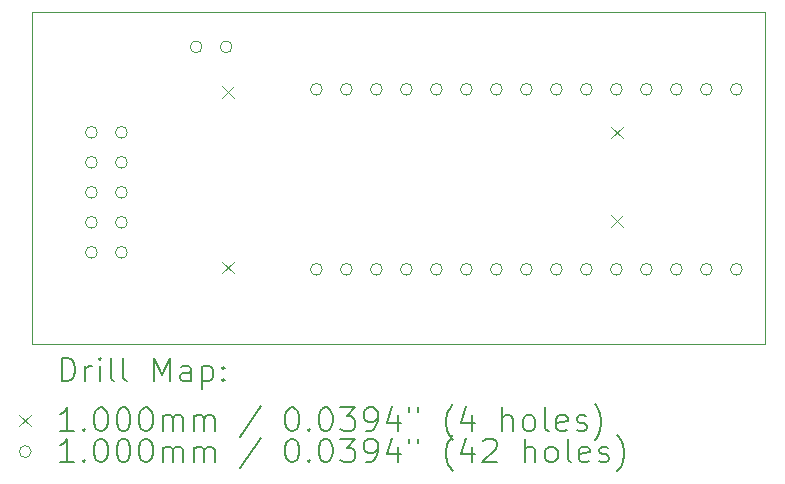
<source format=gbr>
%FSLAX45Y45*%
G04 Gerber Fmt 4.5, Leading zero omitted, Abs format (unit mm)*
G04 Created by KiCad (PCBNEW (6.0.0)) date 2022-03-06 11:46:08*
%MOMM*%
%LPD*%
G01*
G04 APERTURE LIST*
%TA.AperFunction,Profile*%
%ADD10C,0.100000*%
%TD*%
%ADD11C,0.200000*%
%ADD12C,0.100000*%
G04 APERTURE END LIST*
D10*
X0Y2812500D02*
X6212500Y2812500D01*
X6212500Y2812500D02*
X6212500Y0D01*
X6212500Y0D02*
X0Y0D01*
X0Y0D02*
X0Y2812500D01*
D11*
D12*
X1615000Y2185000D02*
X1715000Y2085000D01*
X1715000Y2185000D02*
X1615000Y2085000D01*
X1615000Y700000D02*
X1715000Y600000D01*
X1715000Y700000D02*
X1615000Y600000D01*
X4903500Y1843500D02*
X5003500Y1743500D01*
X5003500Y1843500D02*
X4903500Y1743500D01*
X4907500Y1095000D02*
X5007500Y995000D01*
X5007500Y1095000D02*
X4907500Y995000D01*
X556000Y1793500D02*
G75*
G03*
X556000Y1793500I-50000J0D01*
G01*
X556000Y1539500D02*
G75*
G03*
X556000Y1539500I-50000J0D01*
G01*
X556000Y1285500D02*
G75*
G03*
X556000Y1285500I-50000J0D01*
G01*
X556000Y1031500D02*
G75*
G03*
X556000Y1031500I-50000J0D01*
G01*
X556000Y777500D02*
G75*
G03*
X556000Y777500I-50000J0D01*
G01*
X810000Y1793500D02*
G75*
G03*
X810000Y1793500I-50000J0D01*
G01*
X810000Y1539500D02*
G75*
G03*
X810000Y1539500I-50000J0D01*
G01*
X810000Y1285500D02*
G75*
G03*
X810000Y1285500I-50000J0D01*
G01*
X810000Y1031500D02*
G75*
G03*
X810000Y1031500I-50000J0D01*
G01*
X810000Y777500D02*
G75*
G03*
X810000Y777500I-50000J0D01*
G01*
X1442500Y2517500D02*
G75*
G03*
X1442500Y2517500I-50000J0D01*
G01*
X1696500Y2517500D02*
G75*
G03*
X1696500Y2517500I-50000J0D01*
G01*
X2460000Y2158000D02*
G75*
G03*
X2460000Y2158000I-50000J0D01*
G01*
X2460000Y634000D02*
G75*
G03*
X2460000Y634000I-50000J0D01*
G01*
X2714000Y2158000D02*
G75*
G03*
X2714000Y2158000I-50000J0D01*
G01*
X2714000Y634000D02*
G75*
G03*
X2714000Y634000I-50000J0D01*
G01*
X2968000Y2158000D02*
G75*
G03*
X2968000Y2158000I-50000J0D01*
G01*
X2968000Y634000D02*
G75*
G03*
X2968000Y634000I-50000J0D01*
G01*
X3222000Y2158000D02*
G75*
G03*
X3222000Y2158000I-50000J0D01*
G01*
X3222000Y634000D02*
G75*
G03*
X3222000Y634000I-50000J0D01*
G01*
X3476000Y2158000D02*
G75*
G03*
X3476000Y2158000I-50000J0D01*
G01*
X3476000Y634000D02*
G75*
G03*
X3476000Y634000I-50000J0D01*
G01*
X3730000Y2158000D02*
G75*
G03*
X3730000Y2158000I-50000J0D01*
G01*
X3730000Y634000D02*
G75*
G03*
X3730000Y634000I-50000J0D01*
G01*
X3984000Y2158000D02*
G75*
G03*
X3984000Y2158000I-50000J0D01*
G01*
X3984000Y634000D02*
G75*
G03*
X3984000Y634000I-50000J0D01*
G01*
X4238000Y2158000D02*
G75*
G03*
X4238000Y2158000I-50000J0D01*
G01*
X4238000Y634000D02*
G75*
G03*
X4238000Y634000I-50000J0D01*
G01*
X4492000Y2158000D02*
G75*
G03*
X4492000Y2158000I-50000J0D01*
G01*
X4492000Y634000D02*
G75*
G03*
X4492000Y634000I-50000J0D01*
G01*
X4746000Y2158000D02*
G75*
G03*
X4746000Y2158000I-50000J0D01*
G01*
X4746000Y634000D02*
G75*
G03*
X4746000Y634000I-50000J0D01*
G01*
X5000000Y2158000D02*
G75*
G03*
X5000000Y2158000I-50000J0D01*
G01*
X5000000Y634000D02*
G75*
G03*
X5000000Y634000I-50000J0D01*
G01*
X5254000Y2158000D02*
G75*
G03*
X5254000Y2158000I-50000J0D01*
G01*
X5254000Y634000D02*
G75*
G03*
X5254000Y634000I-50000J0D01*
G01*
X5508000Y2158000D02*
G75*
G03*
X5508000Y2158000I-50000J0D01*
G01*
X5508000Y634000D02*
G75*
G03*
X5508000Y634000I-50000J0D01*
G01*
X5762000Y2158000D02*
G75*
G03*
X5762000Y2158000I-50000J0D01*
G01*
X5762000Y634000D02*
G75*
G03*
X5762000Y634000I-50000J0D01*
G01*
X6016000Y2158000D02*
G75*
G03*
X6016000Y2158000I-50000J0D01*
G01*
X6016000Y634000D02*
G75*
G03*
X6016000Y634000I-50000J0D01*
G01*
D11*
X252619Y-315476D02*
X252619Y-115476D01*
X300238Y-115476D01*
X328810Y-125000D01*
X347857Y-144048D01*
X357381Y-163095D01*
X366905Y-201190D01*
X366905Y-229762D01*
X357381Y-267857D01*
X347857Y-286905D01*
X328810Y-305952D01*
X300238Y-315476D01*
X252619Y-315476D01*
X452619Y-315476D02*
X452619Y-182143D01*
X452619Y-220238D02*
X462143Y-201190D01*
X471667Y-191667D01*
X490714Y-182143D01*
X509762Y-182143D01*
X576429Y-315476D02*
X576429Y-182143D01*
X576429Y-115476D02*
X566905Y-125000D01*
X576429Y-134524D01*
X585952Y-125000D01*
X576429Y-115476D01*
X576429Y-134524D01*
X700238Y-315476D02*
X681190Y-305952D01*
X671667Y-286905D01*
X671667Y-115476D01*
X805000Y-315476D02*
X785952Y-305952D01*
X776428Y-286905D01*
X776428Y-115476D01*
X1033571Y-315476D02*
X1033571Y-115476D01*
X1100238Y-258333D01*
X1166905Y-115476D01*
X1166905Y-315476D01*
X1347857Y-315476D02*
X1347857Y-210714D01*
X1338333Y-191667D01*
X1319286Y-182143D01*
X1281190Y-182143D01*
X1262143Y-191667D01*
X1347857Y-305952D02*
X1328810Y-315476D01*
X1281190Y-315476D01*
X1262143Y-305952D01*
X1252619Y-286905D01*
X1252619Y-267857D01*
X1262143Y-248809D01*
X1281190Y-239286D01*
X1328810Y-239286D01*
X1347857Y-229762D01*
X1443095Y-182143D02*
X1443095Y-382143D01*
X1443095Y-191667D02*
X1462143Y-182143D01*
X1500238Y-182143D01*
X1519286Y-191667D01*
X1528809Y-201190D01*
X1538333Y-220238D01*
X1538333Y-277381D01*
X1528809Y-296429D01*
X1519286Y-305952D01*
X1500238Y-315476D01*
X1462143Y-315476D01*
X1443095Y-305952D01*
X1624048Y-296429D02*
X1633571Y-305952D01*
X1624048Y-315476D01*
X1614524Y-305952D01*
X1624048Y-296429D01*
X1624048Y-315476D01*
X1624048Y-191667D02*
X1633571Y-201190D01*
X1624048Y-210714D01*
X1614524Y-201190D01*
X1624048Y-191667D01*
X1624048Y-210714D01*
D12*
X-105000Y-595000D02*
X-5000Y-695000D01*
X-5000Y-595000D02*
X-105000Y-695000D01*
D11*
X357381Y-735476D02*
X243095Y-735476D01*
X300238Y-735476D02*
X300238Y-535476D01*
X281190Y-564048D01*
X262143Y-583095D01*
X243095Y-592619D01*
X443095Y-716428D02*
X452619Y-725952D01*
X443095Y-735476D01*
X433571Y-725952D01*
X443095Y-716428D01*
X443095Y-735476D01*
X576429Y-535476D02*
X595476Y-535476D01*
X614524Y-545000D01*
X624048Y-554524D01*
X633571Y-573571D01*
X643095Y-611667D01*
X643095Y-659286D01*
X633571Y-697381D01*
X624048Y-716428D01*
X614524Y-725952D01*
X595476Y-735476D01*
X576429Y-735476D01*
X557381Y-725952D01*
X547857Y-716428D01*
X538333Y-697381D01*
X528810Y-659286D01*
X528810Y-611667D01*
X538333Y-573571D01*
X547857Y-554524D01*
X557381Y-545000D01*
X576429Y-535476D01*
X766905Y-535476D02*
X785952Y-535476D01*
X805000Y-545000D01*
X814524Y-554524D01*
X824048Y-573571D01*
X833571Y-611667D01*
X833571Y-659286D01*
X824048Y-697381D01*
X814524Y-716428D01*
X805000Y-725952D01*
X785952Y-735476D01*
X766905Y-735476D01*
X747857Y-725952D01*
X738333Y-716428D01*
X728809Y-697381D01*
X719286Y-659286D01*
X719286Y-611667D01*
X728809Y-573571D01*
X738333Y-554524D01*
X747857Y-545000D01*
X766905Y-535476D01*
X957381Y-535476D02*
X976428Y-535476D01*
X995476Y-545000D01*
X1005000Y-554524D01*
X1014524Y-573571D01*
X1024048Y-611667D01*
X1024048Y-659286D01*
X1014524Y-697381D01*
X1005000Y-716428D01*
X995476Y-725952D01*
X976428Y-735476D01*
X957381Y-735476D01*
X938333Y-725952D01*
X928809Y-716428D01*
X919286Y-697381D01*
X909762Y-659286D01*
X909762Y-611667D01*
X919286Y-573571D01*
X928809Y-554524D01*
X938333Y-545000D01*
X957381Y-535476D01*
X1109762Y-735476D02*
X1109762Y-602143D01*
X1109762Y-621190D02*
X1119286Y-611667D01*
X1138333Y-602143D01*
X1166905Y-602143D01*
X1185952Y-611667D01*
X1195476Y-630714D01*
X1195476Y-735476D01*
X1195476Y-630714D02*
X1205000Y-611667D01*
X1224048Y-602143D01*
X1252619Y-602143D01*
X1271667Y-611667D01*
X1281190Y-630714D01*
X1281190Y-735476D01*
X1376429Y-735476D02*
X1376429Y-602143D01*
X1376429Y-621190D02*
X1385952Y-611667D01*
X1405000Y-602143D01*
X1433571Y-602143D01*
X1452619Y-611667D01*
X1462143Y-630714D01*
X1462143Y-735476D01*
X1462143Y-630714D02*
X1471667Y-611667D01*
X1490714Y-602143D01*
X1519286Y-602143D01*
X1538333Y-611667D01*
X1547857Y-630714D01*
X1547857Y-735476D01*
X1938333Y-525952D02*
X1766905Y-783095D01*
X2195476Y-535476D02*
X2214524Y-535476D01*
X2233571Y-545000D01*
X2243095Y-554524D01*
X2252619Y-573571D01*
X2262143Y-611667D01*
X2262143Y-659286D01*
X2252619Y-697381D01*
X2243095Y-716428D01*
X2233571Y-725952D01*
X2214524Y-735476D01*
X2195476Y-735476D01*
X2176429Y-725952D01*
X2166905Y-716428D01*
X2157381Y-697381D01*
X2147857Y-659286D01*
X2147857Y-611667D01*
X2157381Y-573571D01*
X2166905Y-554524D01*
X2176429Y-545000D01*
X2195476Y-535476D01*
X2347857Y-716428D02*
X2357381Y-725952D01*
X2347857Y-735476D01*
X2338333Y-725952D01*
X2347857Y-716428D01*
X2347857Y-735476D01*
X2481190Y-535476D02*
X2500238Y-535476D01*
X2519286Y-545000D01*
X2528810Y-554524D01*
X2538333Y-573571D01*
X2547857Y-611667D01*
X2547857Y-659286D01*
X2538333Y-697381D01*
X2528810Y-716428D01*
X2519286Y-725952D01*
X2500238Y-735476D01*
X2481190Y-735476D01*
X2462143Y-725952D01*
X2452619Y-716428D01*
X2443095Y-697381D01*
X2433571Y-659286D01*
X2433571Y-611667D01*
X2443095Y-573571D01*
X2452619Y-554524D01*
X2462143Y-545000D01*
X2481190Y-535476D01*
X2614524Y-535476D02*
X2738333Y-535476D01*
X2671667Y-611667D01*
X2700238Y-611667D01*
X2719286Y-621190D01*
X2728810Y-630714D01*
X2738333Y-649762D01*
X2738333Y-697381D01*
X2728810Y-716428D01*
X2719286Y-725952D01*
X2700238Y-735476D01*
X2643095Y-735476D01*
X2624048Y-725952D01*
X2614524Y-716428D01*
X2833571Y-735476D02*
X2871667Y-735476D01*
X2890714Y-725952D01*
X2900238Y-716428D01*
X2919286Y-687857D01*
X2928809Y-649762D01*
X2928809Y-573571D01*
X2919286Y-554524D01*
X2909762Y-545000D01*
X2890714Y-535476D01*
X2852619Y-535476D01*
X2833571Y-545000D01*
X2824048Y-554524D01*
X2814524Y-573571D01*
X2814524Y-621190D01*
X2824048Y-640238D01*
X2833571Y-649762D01*
X2852619Y-659286D01*
X2890714Y-659286D01*
X2909762Y-649762D01*
X2919286Y-640238D01*
X2928809Y-621190D01*
X3100238Y-602143D02*
X3100238Y-735476D01*
X3052619Y-525952D02*
X3005000Y-668810D01*
X3128809Y-668810D01*
X3195476Y-535476D02*
X3195476Y-573571D01*
X3271667Y-535476D02*
X3271667Y-573571D01*
X3566905Y-811667D02*
X3557381Y-802143D01*
X3538333Y-773571D01*
X3528809Y-754524D01*
X3519286Y-725952D01*
X3509762Y-678333D01*
X3509762Y-640238D01*
X3519286Y-592619D01*
X3528809Y-564048D01*
X3538333Y-545000D01*
X3557381Y-516428D01*
X3566905Y-506905D01*
X3728809Y-602143D02*
X3728809Y-735476D01*
X3681190Y-525952D02*
X3633571Y-668810D01*
X3757381Y-668810D01*
X3985952Y-735476D02*
X3985952Y-535476D01*
X4071667Y-735476D02*
X4071667Y-630714D01*
X4062143Y-611667D01*
X4043095Y-602143D01*
X4014524Y-602143D01*
X3995476Y-611667D01*
X3985952Y-621190D01*
X4195476Y-735476D02*
X4176428Y-725952D01*
X4166905Y-716428D01*
X4157381Y-697381D01*
X4157381Y-640238D01*
X4166905Y-621190D01*
X4176428Y-611667D01*
X4195476Y-602143D01*
X4224048Y-602143D01*
X4243095Y-611667D01*
X4252619Y-621190D01*
X4262143Y-640238D01*
X4262143Y-697381D01*
X4252619Y-716428D01*
X4243095Y-725952D01*
X4224048Y-735476D01*
X4195476Y-735476D01*
X4376429Y-735476D02*
X4357381Y-725952D01*
X4347857Y-706905D01*
X4347857Y-535476D01*
X4528810Y-725952D02*
X4509762Y-735476D01*
X4471667Y-735476D01*
X4452619Y-725952D01*
X4443095Y-706905D01*
X4443095Y-630714D01*
X4452619Y-611667D01*
X4471667Y-602143D01*
X4509762Y-602143D01*
X4528810Y-611667D01*
X4538333Y-630714D01*
X4538333Y-649762D01*
X4443095Y-668810D01*
X4614524Y-725952D02*
X4633571Y-735476D01*
X4671667Y-735476D01*
X4690714Y-725952D01*
X4700238Y-706905D01*
X4700238Y-697381D01*
X4690714Y-678333D01*
X4671667Y-668810D01*
X4643095Y-668810D01*
X4624048Y-659286D01*
X4614524Y-640238D01*
X4614524Y-630714D01*
X4624048Y-611667D01*
X4643095Y-602143D01*
X4671667Y-602143D01*
X4690714Y-611667D01*
X4766905Y-811667D02*
X4776429Y-802143D01*
X4795476Y-773571D01*
X4805000Y-754524D01*
X4814524Y-725952D01*
X4824048Y-678333D01*
X4824048Y-640238D01*
X4814524Y-592619D01*
X4805000Y-564048D01*
X4795476Y-545000D01*
X4776429Y-516428D01*
X4766905Y-506905D01*
D12*
X-5000Y-909000D02*
G75*
G03*
X-5000Y-909000I-50000J0D01*
G01*
D11*
X357381Y-999476D02*
X243095Y-999476D01*
X300238Y-999476D02*
X300238Y-799476D01*
X281190Y-828048D01*
X262143Y-847095D01*
X243095Y-856619D01*
X443095Y-980428D02*
X452619Y-989952D01*
X443095Y-999476D01*
X433571Y-989952D01*
X443095Y-980428D01*
X443095Y-999476D01*
X576429Y-799476D02*
X595476Y-799476D01*
X614524Y-809000D01*
X624048Y-818524D01*
X633571Y-837571D01*
X643095Y-875667D01*
X643095Y-923286D01*
X633571Y-961381D01*
X624048Y-980428D01*
X614524Y-989952D01*
X595476Y-999476D01*
X576429Y-999476D01*
X557381Y-989952D01*
X547857Y-980428D01*
X538333Y-961381D01*
X528810Y-923286D01*
X528810Y-875667D01*
X538333Y-837571D01*
X547857Y-818524D01*
X557381Y-809000D01*
X576429Y-799476D01*
X766905Y-799476D02*
X785952Y-799476D01*
X805000Y-809000D01*
X814524Y-818524D01*
X824048Y-837571D01*
X833571Y-875667D01*
X833571Y-923286D01*
X824048Y-961381D01*
X814524Y-980428D01*
X805000Y-989952D01*
X785952Y-999476D01*
X766905Y-999476D01*
X747857Y-989952D01*
X738333Y-980428D01*
X728809Y-961381D01*
X719286Y-923286D01*
X719286Y-875667D01*
X728809Y-837571D01*
X738333Y-818524D01*
X747857Y-809000D01*
X766905Y-799476D01*
X957381Y-799476D02*
X976428Y-799476D01*
X995476Y-809000D01*
X1005000Y-818524D01*
X1014524Y-837571D01*
X1024048Y-875667D01*
X1024048Y-923286D01*
X1014524Y-961381D01*
X1005000Y-980428D01*
X995476Y-989952D01*
X976428Y-999476D01*
X957381Y-999476D01*
X938333Y-989952D01*
X928809Y-980428D01*
X919286Y-961381D01*
X909762Y-923286D01*
X909762Y-875667D01*
X919286Y-837571D01*
X928809Y-818524D01*
X938333Y-809000D01*
X957381Y-799476D01*
X1109762Y-999476D02*
X1109762Y-866143D01*
X1109762Y-885190D02*
X1119286Y-875667D01*
X1138333Y-866143D01*
X1166905Y-866143D01*
X1185952Y-875667D01*
X1195476Y-894714D01*
X1195476Y-999476D01*
X1195476Y-894714D02*
X1205000Y-875667D01*
X1224048Y-866143D01*
X1252619Y-866143D01*
X1271667Y-875667D01*
X1281190Y-894714D01*
X1281190Y-999476D01*
X1376429Y-999476D02*
X1376429Y-866143D01*
X1376429Y-885190D02*
X1385952Y-875667D01*
X1405000Y-866143D01*
X1433571Y-866143D01*
X1452619Y-875667D01*
X1462143Y-894714D01*
X1462143Y-999476D01*
X1462143Y-894714D02*
X1471667Y-875667D01*
X1490714Y-866143D01*
X1519286Y-866143D01*
X1538333Y-875667D01*
X1547857Y-894714D01*
X1547857Y-999476D01*
X1938333Y-789952D02*
X1766905Y-1047095D01*
X2195476Y-799476D02*
X2214524Y-799476D01*
X2233571Y-809000D01*
X2243095Y-818524D01*
X2252619Y-837571D01*
X2262143Y-875667D01*
X2262143Y-923286D01*
X2252619Y-961381D01*
X2243095Y-980428D01*
X2233571Y-989952D01*
X2214524Y-999476D01*
X2195476Y-999476D01*
X2176429Y-989952D01*
X2166905Y-980428D01*
X2157381Y-961381D01*
X2147857Y-923286D01*
X2147857Y-875667D01*
X2157381Y-837571D01*
X2166905Y-818524D01*
X2176429Y-809000D01*
X2195476Y-799476D01*
X2347857Y-980428D02*
X2357381Y-989952D01*
X2347857Y-999476D01*
X2338333Y-989952D01*
X2347857Y-980428D01*
X2347857Y-999476D01*
X2481190Y-799476D02*
X2500238Y-799476D01*
X2519286Y-809000D01*
X2528810Y-818524D01*
X2538333Y-837571D01*
X2547857Y-875667D01*
X2547857Y-923286D01*
X2538333Y-961381D01*
X2528810Y-980428D01*
X2519286Y-989952D01*
X2500238Y-999476D01*
X2481190Y-999476D01*
X2462143Y-989952D01*
X2452619Y-980428D01*
X2443095Y-961381D01*
X2433571Y-923286D01*
X2433571Y-875667D01*
X2443095Y-837571D01*
X2452619Y-818524D01*
X2462143Y-809000D01*
X2481190Y-799476D01*
X2614524Y-799476D02*
X2738333Y-799476D01*
X2671667Y-875667D01*
X2700238Y-875667D01*
X2719286Y-885190D01*
X2728810Y-894714D01*
X2738333Y-913762D01*
X2738333Y-961381D01*
X2728810Y-980428D01*
X2719286Y-989952D01*
X2700238Y-999476D01*
X2643095Y-999476D01*
X2624048Y-989952D01*
X2614524Y-980428D01*
X2833571Y-999476D02*
X2871667Y-999476D01*
X2890714Y-989952D01*
X2900238Y-980428D01*
X2919286Y-951857D01*
X2928809Y-913762D01*
X2928809Y-837571D01*
X2919286Y-818524D01*
X2909762Y-809000D01*
X2890714Y-799476D01*
X2852619Y-799476D01*
X2833571Y-809000D01*
X2824048Y-818524D01*
X2814524Y-837571D01*
X2814524Y-885190D01*
X2824048Y-904238D01*
X2833571Y-913762D01*
X2852619Y-923286D01*
X2890714Y-923286D01*
X2909762Y-913762D01*
X2919286Y-904238D01*
X2928809Y-885190D01*
X3100238Y-866143D02*
X3100238Y-999476D01*
X3052619Y-789952D02*
X3005000Y-932809D01*
X3128809Y-932809D01*
X3195476Y-799476D02*
X3195476Y-837571D01*
X3271667Y-799476D02*
X3271667Y-837571D01*
X3566905Y-1075667D02*
X3557381Y-1066143D01*
X3538333Y-1037571D01*
X3528809Y-1018524D01*
X3519286Y-989952D01*
X3509762Y-942333D01*
X3509762Y-904238D01*
X3519286Y-856619D01*
X3528809Y-828048D01*
X3538333Y-809000D01*
X3557381Y-780428D01*
X3566905Y-770905D01*
X3728809Y-866143D02*
X3728809Y-999476D01*
X3681190Y-789952D02*
X3633571Y-932809D01*
X3757381Y-932809D01*
X3824048Y-818524D02*
X3833571Y-809000D01*
X3852619Y-799476D01*
X3900238Y-799476D01*
X3919286Y-809000D01*
X3928809Y-818524D01*
X3938333Y-837571D01*
X3938333Y-856619D01*
X3928809Y-885190D01*
X3814524Y-999476D01*
X3938333Y-999476D01*
X4176428Y-999476D02*
X4176428Y-799476D01*
X4262143Y-999476D02*
X4262143Y-894714D01*
X4252619Y-875667D01*
X4233571Y-866143D01*
X4205000Y-866143D01*
X4185952Y-875667D01*
X4176428Y-885190D01*
X4385952Y-999476D02*
X4366905Y-989952D01*
X4357381Y-980428D01*
X4347857Y-961381D01*
X4347857Y-904238D01*
X4357381Y-885190D01*
X4366905Y-875667D01*
X4385952Y-866143D01*
X4414524Y-866143D01*
X4433571Y-875667D01*
X4443095Y-885190D01*
X4452619Y-904238D01*
X4452619Y-961381D01*
X4443095Y-980428D01*
X4433571Y-989952D01*
X4414524Y-999476D01*
X4385952Y-999476D01*
X4566905Y-999476D02*
X4547857Y-989952D01*
X4538333Y-970905D01*
X4538333Y-799476D01*
X4719286Y-989952D02*
X4700238Y-999476D01*
X4662143Y-999476D01*
X4643095Y-989952D01*
X4633571Y-970905D01*
X4633571Y-894714D01*
X4643095Y-875667D01*
X4662143Y-866143D01*
X4700238Y-866143D01*
X4719286Y-875667D01*
X4728810Y-894714D01*
X4728810Y-913762D01*
X4633571Y-932809D01*
X4805000Y-989952D02*
X4824048Y-999476D01*
X4862143Y-999476D01*
X4881190Y-989952D01*
X4890714Y-970905D01*
X4890714Y-961381D01*
X4881190Y-942333D01*
X4862143Y-932809D01*
X4833571Y-932809D01*
X4814524Y-923286D01*
X4805000Y-904238D01*
X4805000Y-894714D01*
X4814524Y-875667D01*
X4833571Y-866143D01*
X4862143Y-866143D01*
X4881190Y-875667D01*
X4957381Y-1075667D02*
X4966905Y-1066143D01*
X4985952Y-1037571D01*
X4995476Y-1018524D01*
X5005000Y-989952D01*
X5014524Y-942333D01*
X5014524Y-904238D01*
X5005000Y-856619D01*
X4995476Y-828048D01*
X4985952Y-809000D01*
X4966905Y-780428D01*
X4957381Y-770905D01*
M02*

</source>
